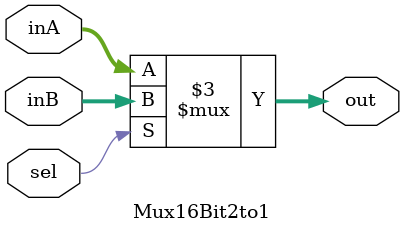
<source format=v>
`timescale 1ns / 1ps


module Mux16Bit2to1 (
    out,
    inA,
    inB,
    sel
);

  output reg [15:0] out;

  input [15:0] inA;
  input [15:0] inB;
  input sel;

  always @(*) begin
    if (sel) begin
      out <= inB;
    end else begin
      out <= inA;
    end
  end

endmodule

</source>
